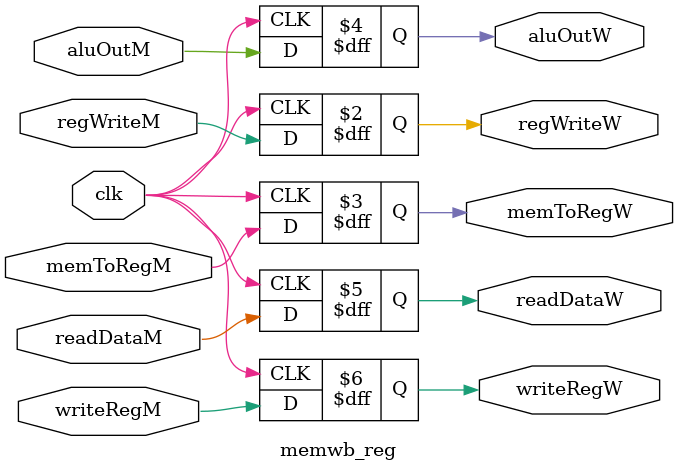
<source format=v>
module memwb_reg (

  input clk,

  // control signals
  output reg regWriteW,
  output reg memToRegW,

  input regWriteM,
  input memToRegM,
   
  // cpu wires
  output reg aluOutW,
  output reg readDataW,
  output reg writeRegW,

  input aluOutM,
  input readDataM,
  input writeRegM
);
	
  always @(posedge clk) begin
    // control signals
    regWriteW <= regWriteM;
    memToRegW <= memToRegM;

    // cpu wires
    aluOutW <= aluOutM;
    readDataW <= readDataM;
    writeRegW <= writeRegM;	
  end
endmodule

</source>
